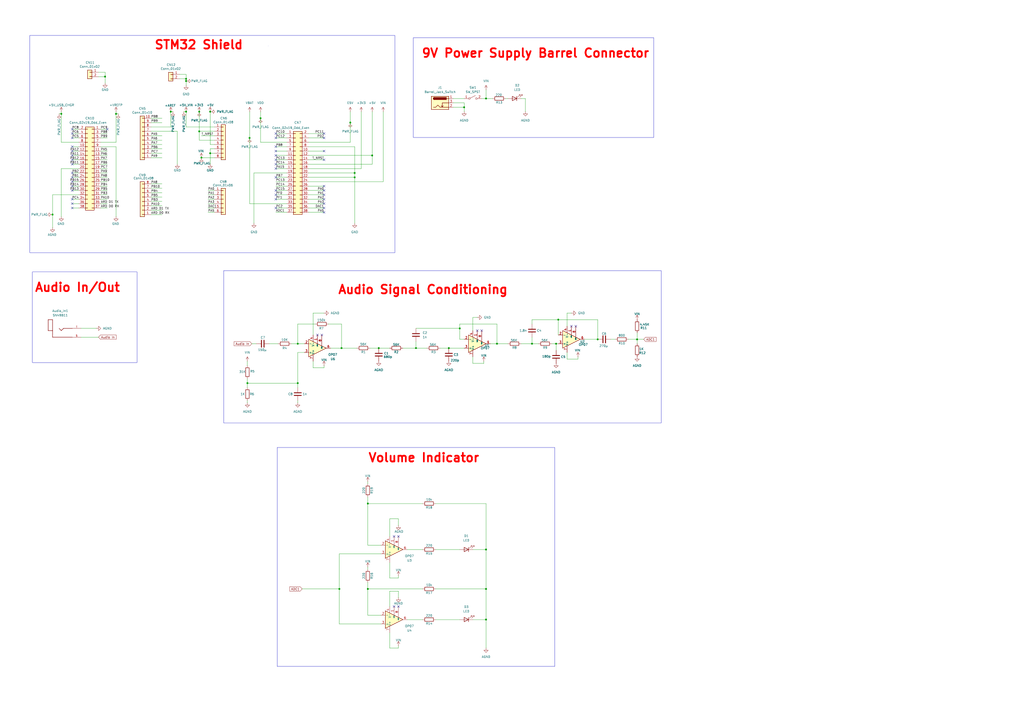
<source format=kicad_sch>
(kicad_sch (version 20231120) (generator "eeschema") (generator_version "8.0")
  (paper "A2")
  (title_block (title "ANC on STM32") (date "2024-10-22") (rev "1") (company "Noisey Boyz"))
  (junction (at 99.06 64.77))
  (junction (at 60.96 44.45))
  (junction (at 172.72 222.25))
  (junction (at 107.95 45.72))
  (junction (at 215.9 90.17))
  (junction (at 308.61 199.39))
  (junction (at 281.94 57.15))
  (junction (at 196.85 341.63))
  (junction (at 269.24 62.23))
  (junction (at 369.57 196.85))
  (junction (at 205.74 102.87))
  (junction (at 143.51 222.25))
  (junction (at 151.13 68.58))
  (junction (at 35.56 66.04))
  (junction (at 322.58 199.39))
  (junction (at 323.85 185.42))
  (junction (at 203.2 71.12))
  (junction (at 281.94 318.77))
  (junction (at 213.36 292.1))
  (junction (at 115.57 64.77))
  (junction (at 67.31 66.04))
  (junction (at 107.95 46.99))
  (junction (at 260.35 201.93))
  (junction (at 241.3 201.93))
  (junction (at 121.92 64.77))
  (junction (at 213.36 341.63))
  (junction (at 266.7 190.5))
  (junction (at 281.94 359.41))
  (junction (at 346.71 196.85))
  (junction (at 30.48 124.46))
  (junction (at 107.95 64.77))
  (junction (at 144.78 80.01))
  (junction (at 281.94 341.63))
  (junction (at 288.29 199.39))
  (junction (at 205.74 100.33))
  (junction (at 121.92 88.9))
  (junction (at 115.57 76.2))
  (junction (at 116.84 91.44))
  (junction (at 219.71 201.93))
  (junction (at 198.12 201.93))
  (junction (at 172.72 199.39))
  (no_connect (at 41.91 77.47))
  (no_connect (at 41.91 100.33))
  (no_connect (at 160.02 77.47))
  (no_connect (at 41.91 115.57))
  (no_connect (at 187.96 113.03))
  (no_connect (at 160.02 85.09))
  (no_connect (at 187.96 107.95))
  (no_connect (at 331.47 189.23))
  (no_connect (at 41.91 95.25))
  (no_connect (at 41.91 80.01))
  (no_connect (at 41.91 120.65))
  (no_connect (at 41.91 110.49))
  (no_connect (at 186.69 194.31))
  (no_connect (at 41.91 85.09))
  (no_connect (at 160.02 95.25))
  (no_connect (at 187.96 120.65))
  (no_connect (at 41.91 118.11))
  (no_connect (at 41.91 87.63))
  (no_connect (at 184.15 194.31))
  (no_connect (at 334.01 189.23))
  (no_connect (at 41.91 102.87))
  (no_connect (at 187.96 87.63))
  (no_connect (at 160.02 115.57))
  (no_connect (at 41.91 105.41))
  (no_connect (at 41.91 92.71))
  (no_connect (at 276.86 191.77))
  (no_connect (at 160.02 113.03))
  (no_connect (at 187.96 123.19))
  (no_connect (at 160.02 97.79))
  (no_connect (at 62.23 74.93))
  (no_connect (at 187.96 80.01))
  (no_connect (at 187.96 92.71))
  (no_connect (at 41.91 107.95))
  (no_connect (at 41.91 74.93))
  (no_connect (at 187.96 77.47))
  (no_connect (at 231.14 311.15))
  (no_connect (at 279.4 191.77))
  (no_connect (at 228.6 311.15))
  (no_connect (at 160.02 102.87))
  (no_connect (at 231.14 351.79))
  (no_connect (at 160.02 90.17))
  (no_connect (at 160.02 87.63))
  (no_connect (at 160.02 110.49))
  (no_connect (at 187.96 115.57))
  (no_connect (at 41.91 90.17))
  (no_connect (at 160.02 120.65))
  (no_connect (at 160.02 92.71))
  (no_connect (at 160.02 80.01))
  (no_connect (at 228.6 351.79))
  (no_connect (at 187.96 110.49))
  (no_connect (at 187.96 118.11))
  (wire (pts (xy 143.51 222.25) (xy 143.51 224.79)))
  (wire (pts (xy 147.32 100.33) (xy 147.32 129.54)))
  (wire (pts (xy 41.91 115.57) (xy 45.72 115.57)))
  (wire (pts (xy 172.72 224.79) (xy 172.72 222.25)))
  (wire (pts (xy 121.92 88.9) (xy 124.46 88.9)))
  (wire (pts (xy 67.31 64.77) (xy 67.31 66.04)))
  (wire (pts (xy 274.32 184.15) (xy 276.86 184.15)))
  (wire (pts (xy 41.91 90.17) (xy 45.72 90.17)))
  (wire (pts (xy 172.72 233.68) (xy 172.72 232.41)))
  (wire (pts (xy 41.91 100.33) (xy 45.72 100.33)))
  (wire (pts (xy 160.02 95.25) (xy 166.37 95.25)))
  (wire (pts (xy 328.93 208.28) (xy 328.93 204.47)))
  (wire (pts (xy 266.7 196.85) (xy 269.24 196.85)))
  (wire (pts (xy 214.63 201.93) (xy 219.71 201.93)))
  (wire (pts (xy 124.46 86.36) (xy 121.92 86.36)))
  (wire (pts (xy 87.63 91.44) (xy 93.98 91.44)))
  (wire (pts (xy 274.32 191.77) (xy 274.32 184.15)))
  (wire (pts (xy 308.61 199.39) (xy 312.42 199.39)))
  (wire (pts (xy 260.35 201.93) (xy 269.24 201.93)))
  (wire (pts (xy 179.07 90.17) (xy 215.9 90.17)))
  (wire (pts (xy 100.33 64.77) (xy 99.06 64.77)))
  (wire (pts (xy 60.96 44.45) (xy 60.96 48.26)))
  (wire (pts (xy 58.42 92.71) (xy 62.23 92.71)))
  (wire (pts (xy 115.57 64.77) (xy 115.57 76.2)))
  (wire (pts (xy 160.02 92.71) (xy 166.37 92.71)))
  (wire (pts (xy 179.07 120.65) (xy 187.96 120.65)))
  (wire (pts (xy 322.58 203.2) (xy 322.58 199.39)))
  (wire (pts (xy 179.07 123.19) (xy 187.96 123.19)))
  (wire (pts (xy 269.24 62.23) (xy 269.24 64.77)))
  (wire (pts (xy 41.91 77.47) (xy 45.72 77.47)))
  (wire (pts (xy 203.2 71.12) (xy 203.2 82.55)))
  (wire (pts (xy 215.9 64.77) (xy 215.9 90.17)))
  (wire (pts (xy 281.94 359.41) (xy 281.94 341.63)))
  (wire (pts (xy 121.92 64.77) (xy 121.92 83.82)))
  (wire (pts (xy 226.06 351.79) (xy 226.06 342.9)))
  (wire (pts (xy 226.06 311.15) (xy 226.06 300.99)))
  (wire (pts (xy 144.78 118.11) (xy 166.37 118.11)))
  (wire (pts (xy 58.42 100.33) (xy 62.23 100.33)))
  (wire (pts (xy 41.91 105.41) (xy 45.72 105.41)))
  (wire (pts (xy 107.95 46.99) (xy 107.95 49.53)))
  (wire (pts (xy 279.4 57.15) (xy 281.94 57.15)))
  (wire (pts (xy 196.85 341.63) (xy 196.85 321.31)))
  (wire (pts (xy 41.91 92.71) (xy 45.72 92.71)))
  (wire (pts (xy 172.72 199.39) (xy 172.72 187.96)))
  (wire (pts (xy 179.07 77.47) (xy 187.96 77.47)))
  (wire (pts (xy 172.72 199.39) (xy 176.53 199.39)))
  (wire (pts (xy 262.89 59.69) (xy 269.24 59.69)))
  (wire (pts (xy 58.42 87.63) (xy 62.23 87.63)))
  (wire (pts (xy 87.63 106.68) (xy 93.98 106.68)))
  (wire (pts (xy 87.63 71.12) (xy 93.98 71.12)))
  (wire (pts (xy 241.3 190.5) (xy 266.7 190.5)))
  (wire (pts (xy 288.29 199.39) (xy 294.64 199.39)))
  (wire (pts (xy 146.05 199.39) (xy 148.59 199.39)))
  (wire (pts (xy 115.57 76.2) (xy 115.57 81.28)))
  (wire (pts (xy 58.42 113.03) (xy 62.23 113.03)))
  (wire (pts (xy 58.42 107.95) (xy 62.23 107.95)))
  (wire (pts (xy 346.71 185.42) (xy 323.85 185.42)))
  (wire (pts (xy 226.06 375.92) (xy 231.14 375.92)))
  (wire (pts (xy 41.91 95.25) (xy 45.72 95.25)))
  (wire (pts (xy 179.07 92.71) (xy 187.96 92.71)))
  (wire (pts (xy 58.42 85.09) (xy 67.31 85.09)))
  (wire (pts (xy 87.63 86.36) (xy 93.98 86.36)))
  (wire (pts (xy 205.74 102.87) (xy 205.74 129.54)))
  (wire (pts (xy 226.06 367.03) (xy 226.06 375.92)))
  (wire (pts (xy 236.22 359.41) (xy 245.11 359.41)))
  (wire (pts (xy 198.12 201.93) (xy 207.01 201.93)))
  (wire (pts (xy 245.11 318.77) (xy 236.22 318.77)))
  (wire (pts (xy 30.48 113.03) (xy 45.72 113.03)))
  (wire (pts (xy 179.07 107.95) (xy 187.96 107.95)))
  (wire (pts (xy 179.07 105.41) (xy 222.25 105.41)))
  (wire (pts (xy 120.65 120.65) (xy 124.46 120.65)))
  (wire (pts (xy 281.94 318.77) (xy 274.32 318.77)))
  (wire (pts (xy 35.56 64.77) (xy 35.56 66.04)))
  (wire (pts (xy 205.74 85.09) (xy 205.74 100.33)))
  (wire (pts (xy 58.42 82.55) (xy 67.31 82.55)))
  (wire (pts (xy 120.65 123.19) (xy 124.46 123.19)))
  (wire (pts (xy 156.21 199.39) (xy 161.29 199.39)))
  (wire (pts (xy 151.13 68.58) (xy 151.13 82.55)))
  (wire (pts (xy 102.87 76.2) (xy 102.87 95.25)))
  (wire (pts (xy 269.24 59.69) (xy 269.24 62.23)))
  (wire (pts (xy 181.61 181.61) (xy 187.96 181.61)))
  (wire (pts (xy 179.07 100.33) (xy 205.74 100.33)))
  (wire (pts (xy 213.36 328.93) (xy 213.36 330.2)))
  (wire (pts (xy 308.61 195.58) (xy 308.61 199.39)))
  (wire (pts (xy 179.07 110.49) (xy 187.96 110.49)))
  (wire (pts (xy 30.48 124.46) (xy 30.48 132.08)))
  (wire (pts (xy 58.42 120.65) (xy 62.23 120.65)))
  (wire (pts (xy 160.02 85.09) (xy 166.37 85.09)))
  (wire (pts (xy 196.85 321.31) (xy 220.98 321.31)))
  (wire (pts (xy 293.37 57.15) (xy 294.64 57.15)))
  (wire (pts (xy 328.93 189.23) (xy 328.93 181.61)))
  (wire (pts (xy 87.63 111.76) (xy 93.98 111.76)))
  (wire (pts (xy 364.49 196.85) (xy 369.57 196.85)))
  (wire (pts (xy 187.96 213.36) (xy 181.61 213.36)))
  (wire (pts (xy 198.12 201.93) (xy 191.77 201.93)))
  (wire (pts (xy 151.13 82.55) (xy 166.37 82.55)))
  (wire (pts (xy 116.84 91.44) (xy 124.46 91.44)))
  (wire (pts (xy 160.02 102.87) (xy 166.37 102.87)))
  (wire (pts (xy 35.56 97.79) (xy 45.72 97.79)))
  (wire (pts (xy 213.36 292.1) (xy 245.11 292.1)))
  (wire (pts (xy 231.14 300.99) (xy 231.14 304.8)))
  (wire (pts (xy 226.06 300.99) (xy 231.14 300.99)))
  (wire (pts (xy 87.63 81.28) (xy 93.98 81.28)))
  (wire (pts (xy 41.91 80.01) (xy 45.72 80.01)))
  (wire (pts (xy 60.96 44.45) (xy 57.15 44.45)))
  (wire (pts (xy 226.06 326.39) (xy 226.06 335.28)))
  (wire (pts (xy 304.8 64.77) (xy 304.8 57.15)))
  (wire (pts (xy 179.07 80.01) (xy 187.96 80.01)))
  (wire (pts (xy 179.07 82.55) (xy 203.2 82.55)))
  (wire (pts (xy 369.57 196.85) (xy 369.57 199.39)))
  (wire (pts (xy 262.89 62.23) (xy 269.24 62.23)))
  (wire (pts (xy 160.02 115.57) (xy 166.37 115.57)))
  (wire (pts (xy 281.94 57.15) (xy 285.75 57.15)))
  (wire (pts (xy 87.63 68.58) (xy 93.98 68.58)))
  (wire (pts (xy 87.63 119.38) (xy 93.98 119.38)))
  (wire (pts (xy 41.91 85.09) (xy 45.72 85.09)))
  (wire (pts (xy 35.56 66.04) (xy 35.56 82.55)))
  (wire (pts (xy 58.42 90.17) (xy 62.23 90.17)))
  (wire (pts (xy 322.58 199.39) (xy 323.85 199.39)))
  (wire (pts (xy 220.98 361.95) (xy 196.85 361.95)))
  (wire (pts (xy 266.7 318.77) (xy 252.73 318.77)))
  (wire (pts (xy 120.65 115.57) (xy 124.46 115.57)))
  (wire (pts (xy 107.95 43.18) (xy 107.95 45.72)))
  (wire (pts (xy 67.31 85.09) (xy 67.31 125.73)))
  (wire (pts (xy 181.61 194.31) (xy 181.61 181.61)))
  (wire (pts (xy 58.42 115.57) (xy 62.23 115.57)))
  (wire (pts (xy 179.07 97.79) (xy 209.55 97.79)))
  (wire (pts (xy 58.42 110.49) (xy 62.23 110.49)))
  (wire (pts (xy 58.42 77.47) (xy 62.23 77.47)))
  (wire (pts (xy 143.51 232.41) (xy 143.51 233.68)))
  (wire (pts (xy 203.2 64.77) (xy 203.2 71.12)))
  (wire (pts (xy 281.94 359.41) (xy 281.94 375.92)))
  (wire (pts (xy 231.14 342.9) (xy 231.14 346.71)))
  (wire (pts (xy 369.57 196.85) (xy 369.57 193.04)))
  (wire (pts (xy 168.91 199.39) (xy 172.72 199.39)))
  (wire (pts (xy 160.02 123.19) (xy 166.37 123.19)))
  (wire (pts (xy 87.63 88.9) (xy 93.98 88.9)))
  (wire (pts (xy 143.51 222.25) (xy 172.72 222.25)))
  (wire (pts (xy 266.7 187.96) (xy 266.7 190.5)))
  (wire (pts (xy 213.36 288.29) (xy 213.36 292.1)))
  (wire (pts (xy 187.96 212.09) (xy 187.96 213.36)))
  (wire (pts (xy 87.63 78.74) (xy 93.98 78.74)))
  (wire (pts (xy 41.91 118.11) (xy 45.72 118.11)))
  (wire (pts (xy 107.95 45.72) (xy 107.95 46.99)))
  (wire (pts (xy 308.61 185.42) (xy 323.85 185.42)))
  (wire (pts (xy 213.36 341.63) (xy 245.11 341.63)))
  (wire (pts (xy 339.09 196.85) (xy 346.71 196.85)))
  (wire (pts (xy 220.98 316.23) (xy 213.36 316.23)))
  (wire (pts (xy 41.91 107.95) (xy 45.72 107.95)))
  (wire (pts (xy 99.06 64.77) (xy 99.06 73.66)))
  (wire (pts (xy 308.61 185.42) (xy 308.61 187.96)))
  (wire (pts (xy 104.14 43.18) (xy 107.95 43.18)))
  (wire (pts (xy 58.42 95.25) (xy 62.23 95.25)))
  (wire (pts (xy 172.72 187.96) (xy 182.88 187.96)))
  (wire (pts (xy 87.63 73.66) (xy 99.06 73.66)))
  (wire (pts (xy 35.56 97.79) (xy 35.56 125.73)))
  (wire (pts (xy 68.58 66.04) (xy 67.31 66.04)))
  (wire (pts (xy 213.36 337.82) (xy 213.36 341.63)))
  (wire (pts (xy 120.65 110.49) (xy 124.46 110.49)))
  (wire (pts (xy 160.02 107.95) (xy 166.37 107.95)))
  (wire (pts (xy 209.55 64.77) (xy 209.55 97.79)))
  (wire (pts (xy 87.63 124.46) (xy 93.98 124.46)))
  (wire (pts (xy 115.57 81.28) (xy 124.46 81.28)))
  (wire (pts (xy 58.42 97.79) (xy 62.23 97.79)))
  (wire (pts (xy 87.63 83.82) (xy 93.98 83.82)))
  (wire (pts (xy 274.32 210.82) (xy 274.32 207.01)))
  (wire (pts (xy 46.99 195.58) (xy 57.15 195.58)))
  (wire (pts (xy 320.04 199.39) (xy 322.58 199.39)))
  (wire (pts (xy 175.26 341.63) (xy 196.85 341.63)))
  (wire (pts (xy 255.27 201.93) (xy 260.35 201.93)))
  (wire (pts (xy 354.33 196.85) (xy 356.87 196.85)))
  (wire (pts (xy 58.42 102.87) (xy 62.23 102.87)))
  (wire (pts (xy 373.38 196.85) (xy 369.57 196.85)))
  (wire (pts (xy 58.42 74.93) (xy 62.23 74.93)))
  (wire (pts (xy 58.42 105.41) (xy 62.23 105.41)))
  (wire (pts (xy 346.71 196.85) (xy 346.71 185.42)))
  (wire (pts (xy 241.3 201.93) (xy 247.65 201.93)))
  (wire (pts (xy 252.73 292.1) (xy 281.94 292.1)))
  (wire (pts (xy 179.07 115.57) (xy 187.96 115.57)))
  (wire (pts (xy 151.13 64.77) (xy 151.13 68.58)))
  (wire (pts (xy 205.74 100.33) (xy 205.74 102.87)))
  (wire (pts (xy 160.02 90.17) (xy 166.37 90.17)))
  (wire (pts (xy 252.73 359.41) (xy 266.7 359.41)))
  (wire (pts (xy 87.63 121.92) (xy 93.98 121.92)))
  (wire (pts (xy 226.06 342.9) (xy 231.14 342.9)))
  (wire (pts (xy 30.48 113.03) (xy 30.48 124.46)))
  (wire (pts (xy 41.91 102.87) (xy 45.72 102.87)))
  (wire (pts (xy 87.63 76.2) (xy 102.87 76.2)))
  (wire (pts (xy 304.8 57.15) (xy 302.26 57.15)))
  (wire (pts (xy 120.65 113.03) (xy 124.46 113.03)))
  (wire (pts (xy 328.93 181.61) (xy 331.47 181.61)))
  (wire (pts (xy 41.91 120.65) (xy 45.72 120.65)))
  (wire (pts (xy 160.02 97.79) (xy 166.37 97.79)))
  (wire (pts (xy 67.31 66.04) (xy 67.31 82.55)))
  (wire (pts (xy 323.85 185.42) (xy 323.85 194.31)))
  (wire (pts (xy 181.61 213.36) (xy 181.61 209.55)))
  (wire (pts (xy 220.98 356.87) (xy 213.36 356.87)))
  (wire (pts (xy 143.51 209.55) (xy 143.51 212.09)))
  (wire (pts (xy 57.15 41.91) (xy 60.96 41.91)))
  (wire (pts (xy 274.32 359.41) (xy 281.94 359.41)))
  (wire (pts (xy 106.68 64.77) (xy 107.95 64.77)))
  (wire (pts (xy 160.02 80.01) (xy 166.37 80.01)))
  (wire (pts (xy 179.07 113.03) (xy 187.96 113.03)))
  (wire (pts (xy 87.63 116.84) (xy 93.98 116.84)))
  (wire (pts (xy 41.91 74.93) (xy 45.72 74.93)))
  (wire (pts (xy 115.57 76.2) (xy 124.46 76.2)))
  (wire (pts (xy 87.63 109.22) (xy 93.98 109.22)))
  (wire (pts (xy 147.32 100.33) (xy 166.37 100.33)))
  (wire (pts (xy 288.29 187.96) (xy 266.7 187.96)))
  (wire (pts (xy 160.02 77.47) (xy 166.37 77.47)))
  (wire (pts (xy 107.95 64.77) (xy 107.95 73.66)))
  (wire (pts (xy 160.02 113.03) (xy 166.37 113.03)))
  (wire (pts (xy 262.89 57.15) (xy 269.24 57.15)))
  (wire (pts (xy 120.65 118.11) (xy 124.46 118.11)))
  (wire (pts (xy 160.02 105.41) (xy 166.37 105.41)))
  (wire (pts (xy 124.46 83.82) (xy 121.92 83.82)))
  (wire (pts (xy 196.85 361.95) (xy 196.85 341.63)))
  (wire (pts (xy 58.42 80.01) (xy 62.23 80.01)))
  (wire (pts (xy 143.51 219.71) (xy 143.51 222.25)))
  (wire (pts (xy 34.29 66.04) (xy 35.56 66.04)))
  (wire (pts (xy 281.94 292.1) (xy 281.94 318.77)))
  (wire (pts (xy 172.72 222.25) (xy 172.72 204.47)))
  (wire (pts (xy 144.78 64.77) (xy 144.78 80.01)))
  (wire (pts (xy 46.99 190.5) (xy 55.88 190.5)))
  (wire (pts (xy 335.28 207.01) (xy 335.28 208.28)))
  (wire (pts (xy 121.92 88.9) (xy 121.92 95.25)))
  (wire (pts (xy 241.3 198.12) (xy 241.3 201.93)))
  (wire (pts (xy 281.94 341.63) (xy 281.94 318.77)))
  (wire (pts (xy 107.95 45.72) (xy 104.14 45.72)))
  (wire (pts (xy 213.36 341.63) (xy 213.36 356.87)))
  (wire (pts (xy 121.92 86.36) (xy 121.92 88.9)))
  (wire (pts (xy 219.71 201.93) (xy 226.06 201.93)))
  (wire (pts (xy 231.14 375.92) (xy 231.14 374.65)))
  (wire (pts (xy 116.84 78.74) (xy 124.46 78.74)))
  (wire (pts (xy 107.95 73.66) (xy 124.46 73.66)))
  (wire (pts (xy 266.7 190.5) (xy 266.7 196.85)))
  (wire (pts (xy 179.07 95.25) (xy 215.9 95.25)))
  (wire (pts (xy 41.91 87.63) (xy 45.72 87.63)))
  (wire (pts (xy 335.28 208.28) (xy 328.93 208.28)))
  (wire (pts (xy 87.63 114.3) (xy 93.98 114.3)))
  (wire (pts (xy 226.06 335.28) (xy 231.14 335.28)))
  (wire (pts (xy 160.02 87.63) (xy 166.37 87.63)))
  (wire (pts (xy 215.9 95.25) (xy 215.9 90.17)))
  (wire (pts (xy 41.91 110.49) (xy 45.72 110.49)))
  (wire (pts (xy 281.94 52.07) (xy 281.94 57.15)))
  (wire (pts (xy 308.61 199.39) (xy 302.26 199.39)))
  (wire (pts (xy 179.07 102.87) (xy 205.74 102.87)))
  (wire (pts (xy 144.78 80.01) (xy 144.78 118.11)))
  (wire (pts (xy 172.72 204.47) (xy 176.53 204.47)))
  (wire (pts (xy 231.14 335.28) (xy 231.14 334.01)))
  (wire (pts (xy 280.67 210.82) (xy 274.32 210.82)))
  (wire (pts (xy 179.07 85.09) (xy 205.74 85.09)))
  (wire (pts (xy 190.5 187.96) (xy 198.12 187.96)))
  (wire (pts (xy 160.02 110.49) (xy 166.37 110.49)))
  (wire (pts (xy 280.67 209.55) (xy 280.67 210.82)))
  (wire (pts (xy 213.36 316.23) (xy 213.36 292.1)))
  (wire (pts (xy 179.07 87.63) (xy 187.96 87.63)))
  (wire (pts (xy 179.07 118.11) (xy 187.96 118.11)))
  (wire (pts (xy 198.12 187.96) (xy 198.12 201.93)))
  (wire (pts (xy 58.42 118.11) (xy 62.23 118.11)))
  (wire (pts (xy 233.68 201.93) (xy 241.3 201.93)))
  (wire (pts (xy 213.36 279.4) (xy 213.36 280.67)))
  (wire (pts (xy 35.56 82.55) (xy 45.72 82.55)))
  (wire (pts (xy 160.02 120.65) (xy 166.37 120.65)))
  (wire (pts (xy 60.96 41.91) (xy 60.96 44.45)))
  (wire (pts (xy 222.25 64.77) (xy 222.25 105.41)))
  (wire (pts (xy 284.48 199.39) (xy 288.29 199.39)))
  (wire (pts (xy 288.29 199.39) (xy 288.29 187.96)))
  (wire (pts (xy 252.73 341.63) (xy 281.94 341.63)))
  (rectangle (start 155.575 26.67) (end 155.575 26.67))
  (rectangle (start 160.782 259.588) (end 321.818 386.588))
  (rectangle (start 129.794 156.972) (end 383.54 245.364))
  (rectangle (start 239.776 21.844) (end 379.222 79.756))
  (rectangle (start 18.796 157.734) (end 79.502 210.312))
  (rectangle (start 17.272 20.574) (end 229.108 146.558))
  (text "Audio Signal Conditioning" (at 245.364 168.148 0) (effects (font (size 5 5) (thickness 1) (bold yes))))
  (text "STM32 Shield" (at 115.316 26.162 0) (effects (font (size 5 5) (thickness 1) (bold yes))))
  (text "Audio In/Out" (at 44.958 166.878 0) (effects (font (size 5 5) (thickness 1) (bold yes))))
  (text "Volume Indicator" (at 245.872 265.684 0) (effects (font (size 5 5) (thickness 1) (bold yes))))
  (text "9V Power Supply Barrel Connector" (at 310.642 30.988 0) (effects (font (size 5 5) (thickness 1) (bold yes))))
  (label "PC13" (at 160.02 105.41 0))
  (label "PA6" (at 58.42 90.17 0))
  (label "PA5" (at 58.42 87.63 0))
  (label "PB3" (at 58.42 113.03 0))
  (label "PA6" (at 87.63 81.28 0))
  (label "PC4" (at 45.72 115.57 180))
  (label "PB3" (at 87.63 116.84 0))
  (label "PC9" (at 58.42 74.93 0))
  (label "PC14" (at 160.02 95.25 0))
  (label "PA2" (at 120.65 115.57 0))
  (label "ARD D1 TX" (at 58.42 118.11 0))
  (label "PB9" (at 87.63 71.12 0))
  (label "PA1" (at 187.96 113.03 180))
  (label "PB14" (at 45.72 107.95 180))
  (label "PA8" (at 87.63 106.68 0))
  (label "ARD D1 TX" (at 87.63 121.92 0))
  (label "PB15" (at 45.72 105.41 180))
  (label "PA3" (at 120.65 118.11 0))
  (label "PB9" (at 58.42 80.01 0))
  (label "PB8" (at 87.63 68.58 0))
  (label "T_NRST" (at 116.84 78.74 0))
  (label "PB10" (at 87.6375 109.22 0))
  (label "PA9" (at 58.42 100.33 0))
  (label "PA5" (at 87.63 78.74 0))
  (label "PB12" (at 45.72 92.71 180))
  (label "PB11" (at 45.72 95.25 180))
  (label "DAC1" (at 120.65 120.65 0))
  (label "PB2" (at 45.72 100.33 180))
  (label "PF1" (at 160.02 115.57 0))
  (label "PA9" (at 87.63 91.44 0))
  (label "PC5" (at 45.72 80.01 180))
  (label "PA5" (at 187.96 123.19 180))
  (label "PA7" (at 87.63 83.82 0))
  (label "PC6" (at 45.72 77.47 180))
  (label "PA8" (at 58.42 102.87 0))
  (label "PB8" (at 160.02 85.09 0))
  (label "ARD D0 RX" (at 87.63 124.46 0))
  (label "PA10" (at 87.63 119.38 0))
  (label "ADC1" (at 160.02 123.19 0))
  (label "PC15" (at 160.02 110.49 0))
  (label "PA2" (at 187.96 115.57 180))
  (label "PA10" (at 58.42 115.57 0))
  (label "PA0" (at 187.96 110.49 180))
  (label "PA0" (at 120.65 110.49 0))
  (label "PB5" (at 58.42 110.49 0))
  (label "PC7" (at 58.42 97.79 0))
  (label "PB5" (at 87.63 114.3 0))
  (label "T_NRST" (at 187.96 92.71 180))
  (label "PB10" (at 58.42 105.41 0))
  (label "PC8" (at 45.72 74.93 180))
  (label "PC14" (at 160.02 107.95 0))
  (label "PA15" (at 160.02 97.79 0))
  (label "PD2" (at 187.96 80.01 180))
  (label "PB7" (at 160.02 102.87 0))
  (label "PB13" (at 45.72 110.49 180))
  (label "PA3" (at 187.96 118.11 180))
  (label "PC10" (at 160.02 77.47 0))
  (label "PB4" (at 87.63 111.76 0))
  (label "PC13" (at 160.02 92.71 0))
  (label "PB1" (at 45.72 102.87 180))
  (label "PC2" (at 160.02 120.65 0))
  (label "DAC1" (at 187.96 120.65 180))
  (label "PA11" (at 45.72 90.17 180))
  (label "PF0" (at 160.02 113.03 0))
  (label "PA5" (at 120.65 123.19 0))
  (label "PA12" (at 45.72 87.63 180))
  (label "PC12" (at 160.02 80.01 0))
  (label "PA1" (at 120.65 113.03 0))
  (label "PB8" (at 58.42 77.47 0))
  (label "PA7" (at 58.42 92.71 0))
  (label "PB6" (at 87.63 86.36 0))
  (label "PC11" (at 187.96 77.47 180))
  (label "PB4" (at 58.42 107.95 0))
  (label "ARD D0 RX" (at 58.42 120.65 0))
  (label "PB6" (at 58.42 95.25 0))
  (label "PC7" (at 87.63 88.9 0))
  (global_label "ADC1" (shape input) (at 175.26 341.63 180) (property "Intersheetrefs" "${INTERSHEET_REFS}" (effects (hide yes))))
  (global_label "Audio In" (shape input) (at 146.05 199.39 180) (property "Intersheetrefs" "${INTERSHEET_REFS}" (effects (hide yes))))
  (global_label "ADC1" (shape input) (at 373.38 196.85 0) (property "Intersheetrefs" "${INTERSHEET_REFS}" (effects (hide yes))))
  (global_label "Audio In" (shape input) (at 57.15 195.58 0) (property "Intersheetrefs" "${INTERSHEET_REFS}" (effects (hide yes))))
  (symbol (lib_id "Device:R") (at 369.57 189.23 180) (unit 1)
    (property "Reference" "R11" (at 373.38 190.246 0))
    (property "Value" "4.45K" (at 373.888 188.214 0))
    (property "Footprint" "Resistor_THT:R_Axial_DIN0204_L3.6mm_D1.6mm_P5.08mm_Horizontal" (effects (hide yes)))
    (property "Description" "Resistor" (effects (hide yes)))
  )
  (symbol (lib_id "power:+5V") (at 187.96 212.09 0) (unit 1)
    (property "Reference" "#PWR039" (effects (hide yes)))
    (property "Value" "VIN" (at 187.96 208.788 0))
    (property "Description" "Power symbol creates a global label with name \"+5V\"" (effects (hide yes)))
  )
  (symbol (lib_id "power:PWR_FLAG") (at 151.13 68.58 180) (unit 1)
    (property "Reference" "#FLG01" (effects (hide yes)))
    (property "Value" "PWR_FLAG" (at 151.13 73.66 0))
    (property "Description" "Special symbol for telling ERC where power comes from" (effects (hide yes)))
  )
  (symbol (lib_id "power:GND") (at 281.94 375.92 0) (unit 1)
    (property "Reference" "#PWR041" (effects (hide yes)))
    (property "Value" "AGND" (at 281.94 381 0))
    (property "Description" "Power symbol creates a global label with name \"GND\" , ground" (effects (hide yes)))
  )
  (symbol (lib_id "power:VBUS") (at 209.55 64.77 0) (unit 1)
    (property "Reference" "#PWR020" (effects (hide yes)))
    (property "Value" "+3V3" (at 209.55 59.69 0))
    (property "Description" "Power symbol creates a global label with name \"VBUS\"" (effects (hide yes)))
  )
  (symbol (lib_id "Device:C") (at 152.4 199.39 270) (unit 1)
    (property "Reference" "C7" (at 151.13 195.834 90) (effects (justify left)))
    (property "Value" "150µ" (at 149.606 202.946 90) (effects (justify left)))
    (property "Footprint" "Capacitor_THT:C_Axial_L3.8mm_D2.6mm_P7.50mm_Horizontal" (effects (hide yes)))
    (property "Description" "Unpolarized capacitor" (effects (hide yes)))
  )
  (symbol (lib_id "Device:R") (at 369.57 203.2 180) (unit 1)
    (property "Reference" "R12" (at 372.618 204.724 0))
    (property "Value" "1K" (at 372.11 202.438 0))
    (property "Footprint" "Resistor_THT:R_Axial_DIN0204_L3.6mm_D1.6mm_P5.08mm_Horizontal" (effects (hide yes)))
    (property "Description" "Resistor" (effects (hide yes)))
  )
  (symbol (lib_id "power:+5V") (at 280.67 209.55 0) (unit 1)
    (property "Reference" "#PWR030" (effects (hide yes)))
    (property "Value" "VIN" (at 280.67 206.248 0))
    (property "Description" "Power symbol creates a global label with name \"+5V\"" (effects (hide yes)))
  )
  (symbol (lib_id "power:PWR_FLAG") (at 144.78 80.01 180) (unit 1)
    (property "Reference" "#FLG02" (effects (hide yes)))
    (property "Value" "PWR_FLAG" (at 144.78 85.09 0))
    (property "Description" "Special symbol for telling ERC where power comes from" (effects (hide yes)))
  )
  (symbol (lib_id "Device:R") (at 143.51 228.6 180) (unit 1)
    (property "Reference" "R6" (at 144.78 228.6 0) (effects (justify right)))
    (property "Value" "1K" (at 139.446 228.6 0) (effects (justify right)))
    (property "Footprint" "Resistor_THT:R_Axial_DIN0204_L3.6mm_D1.6mm_P5.08mm_Horizontal" (effects (hide yes)))
    (property "Description" "Resistor" (effects (hide yes)))
  )
  (symbol (lib_id "power:GND") (at 304.8 64.77 0) (unit 1)
    (property "Reference" "#PWR024" (effects (hide yes)))
    (property "Value" "AGND" (at 304.8 69.85 0))
    (property "Description" "Power symbol creates a global label with name \"GND\" , ground" (effects (hide yes)))
  )
  (symbol (lib_id "Device:R") (at 248.92 318.77 90) (unit 1)
    (property "Reference" "R15" (at 248.92 321.056 90))
    (property "Value" "220" (at 248.92 316.484 90))
    (property "Footprint" "Resistor_THT:R_Axial_DIN0204_L3.6mm_D1.6mm_P5.08mm_Horizontal" (effects (hide yes)))
    (property "Description" "Resistor" (effects (hide yes)))
  )
  (symbol (lib_id "power:GND") (at 276.86 184.15 90) (unit 1)
    (property "Reference" "#PWR029" (effects (hide yes)))
    (property "Value" "GND" (at 280.67 184.1499 90) (effects (justify right)))
    (property "Description" "Power symbol creates a global label with name \"GND\" , ground" (effects (hide yes)))
  )
  (symbol (lib_id "Amplifier_Operational:OP07") (at 228.6 359.41 0) (mirror x) (unit 1)
    (property "Reference" "U4" (at 237.49 365.7286 0))
    (property "Value" "OP07" (at 237.49 363.1886 0))
    (property "Footprint" "OP07DP:DIP794W45P254L959H508Q8" (effects (hide yes)))
    (property "Datasheet" "https://www.analog.com/media/en/technical-documentation/data-sheets/OP07.pdf" (effects (hide yes)))
    (property "Description" "Single Ultra-Low Offset Voltage Operational Amplifier, DIP-8/SOIC-8" (effects (hide yes)))
  )
  (symbol (lib_id "power:GND") (at 147.32 129.54 0) (unit 1)
    (property "Reference" "#PWR015" (effects (hide yes)))
    (property "Value" "GND" (at 147.32 134.62 0))
    (property "Description" "Power symbol creates a global label with name \"GND\" , ground" (effects (hide yes)))
  )
  (symbol (lib_id "power:PWR_FLAG") (at 116.84 91.44 180) (unit 1)
    (property "Reference" "#FLG04" (effects (hide yes)))
    (property "Value" "PWR_FLAG" (at 117.094 94.742 0))
    (property "Description" "Special symbol for telling ERC where power comes from" (effects (hide yes)))
  )
  (symbol (lib_id "Device:R") (at 316.23 199.39 90) (unit 1)
    (property "Reference" "R9" (at 316.23 201.676 90))
    (property "Value" "56K" (at 315.976 197.358 90))
    (property "Footprint" "Resistor_THT:R_Axial_DIN0204_L3.6mm_D1.6mm_P5.08mm_Horizontal" (effects (hide yes)))
    (property "Description" "Resistor" (effects (hide yes)))
  )
  (symbol (lib_id "power:PWR_FLAG") (at 30.48 124.46 90) (unit 1)
    (property "Reference" "#FLG012" (effects (hide yes)))
    (property "Value" "PWR_FLAG" (at 27.686 124.46 90) (effects (justify left)))
    (property "Description" "Special symbol for telling ERC where power comes from" (effects (hide yes)))
  )
  (symbol (lib_id "power:+5V") (at 213.36 328.93 0) (unit 1)
    (property "Reference" "#PWR046" (effects (hide yes)))
    (property "Value" "VIN" (at 213.36 325.628 0))
    (property "Description" "Power symbol creates a global label with name \"+5V\"" (effects (hide yes)))
  )
  (symbol (lib_id "Device:LED") (at 298.45 57.15 180) (unit 1)
    (property "Reference" "D2" (at 300.0375 49.53 0))
    (property "Value" "LED" (at 300.0375 52.07 0))
    (property "Footprint" "LED_THT:LED_D3.0mm" (effects (hide yes)))
    (property "Description" "Light emitting diode" (effects (hide yes)))
  )
  (symbol (lib_id "power:VBUS") (at 144.78 64.77 0) (unit 1)
    (property "Reference" "#PWR016" (effects (hide yes)))
    (property "Value" "VBAT" (at 144.78 59.69 0))
    (property "Description" "Power symbol creates a global label with name \"VBUS\"" (effects (hide yes)))
  )
  (symbol (lib_id "Device:R") (at 360.68 196.85 90) (unit 1)
    (property "Reference" "R10" (at 360.68 199.136 90))
    (property "Value" "800" (at 360.68 194.564 90))
    (property "Footprint" "Resistor_THT:R_Axial_DIN0204_L3.6mm_D1.6mm_P5.08mm_Horizontal" (effects (hide yes)))
    (property "Description" "Resistor" (effects (hide yes)))
  )
  (symbol (lib_id "power:GND") (at 260.35 209.55 0) (unit 1)
    (property "Reference" "#PWR028" (effects (hide yes)))
    (property "Value" "AGND" (at 260.35 214.63 0))
    (property "Description" "Power symbol creates a global label with name \"GND\" , ground" (effects (hide yes)))
  )
  (symbol (lib_id "power:GND") (at 121.92 95.25 0) (unit 1)
    (property "Reference" "#PWR023" (effects (hide yes)))
    (property "Value" "GND" (at 121.92 98.806 0))
    (property "Description" "Power symbol creates a global label with name \"GND\" , ground" (effects (hide yes)))
  )
  (symbol (lib_id "Device:C") (at 241.3 194.31 0) (unit 1)
    (property "Reference" "C2" (at 245.11 193.0399 0) (effects (justify left)))
    (property "Value" "1n" (at 245.11 195.5799 0) (effects (justify left)))
    (property "Footprint" "Capacitor_THT:C_Axial_L3.8mm_D2.6mm_P7.50mm_Horizontal" (effects (hide yes)))
    (property "Description" "Unpolarized capacitor" (effects (hide yes)))
  )
  (symbol (lib_id "power:PWR_FLAG") (at 115.57 64.77 180) (unit 1)
    (property "Reference" "#FLG06" (effects (hide yes)))
    (property "Value" "PWR_FLAG" (at 115.57 69.85 0))
    (property "Description" "Special symbol for telling ERC where power comes from" (effects (hide yes)))
  )
  (symbol (lib_id "power:GND") (at 143.51 233.68 0) (unit 1)
    (property "Reference" "#PWR031" (effects (hide yes)))
    (property "Value" "AGND" (at 143.51 238.76 0))
    (property "Description" "Power symbol creates a global label with name \"GND\" , ground" (effects (hide yes)))
  )
  (symbol (lib_id "Device:LED") (at 270.51 359.41 180) (unit 1)
    (property "Reference" "D3" (at 270.51 352.044 0))
    (property "Value" "LED" (at 270.51 354.584 0))
    (property "Footprint" "LED_THT:LED_D3.0mm" (effects (hide yes)))
    (property "Description" "Light emitting diode" (effects (hide yes)))
  )
  (symbol (lib_id "power:+5V") (at 231.14 374.65 0) (unit 1)
    (property "Reference" "#PWR043" (effects (hide yes)))
    (property "Value" "VIN" (at 231.14 371.348 0))
    (property "Description" "Power symbol creates a global label with name \"+5V\"" (effects (hide yes)))
  )
  (symbol (lib_id "SN49B11:SN49B11") (at 36.83 190.5 0) (unit 1)
    (property "Reference" "Audio_In1" (at 34.925 180.34 0))
    (property "Value" "SN49B11" (at 34.925 182.88 0))
    (property "Footprint" "SN49B11:SWITCHCRAFT_SN49B11" (effects (hide yes)))
    (property "MF" "Switchcraft" (effects (hide yes)))
    (property "Description_1" "\n                        \n                            Connector, PHONE JACK | Switchcraft SN49B11\n                        \n" (effects (hide yes)))
    (property "Package" "None" (effects (hide yes)))
    (property "Price" "None" (effects (hide yes)))
    (property "Check_prices" "https://www.snapeda.com/parts/SN49B11/Switchcraft+%252F+Conxall/view-part/?ref=eda" (effects (hide yes)))
    (property "STANDARD" "Manufacturer Recommendations" (effects (hide yes)))
    (property "PARTREV" "F" (effects (hide yes)))
    (property "SnapEDA_Link" "https://www.snapeda.com/parts/SN49B11/Switchcraft+%252F+Conxall/view-part/?ref=snap" (effects (hide yes)))
    (property "MP" "SN49B11" (effects (hide yes)))
    (property "Availability" "In Stock" (effects (hide yes)))
    (property "MANUFACTURER" "Switchcraft" (effects (hide yes)))
  )
  (symbol (lib_id "Connector_Generic:Conn_02x19_Odd_Even") (at 53.34 97.79 0) (mirror y) (unit 1)
    (property "Reference" "CN10" (at 52.07 68.58 0))
    (property "Value" "Conn_02x19_Odd_Even" (at 51.054 71.12 0))
    (property "Footprint" "Connector_PinSocket_2.54mm:PinSocket_2x19_P2.54mm_Vertical" (effects (hide yes)))
    (property "Description" "Generic connector, double row, 02x19, odd/even pin numbering scheme (row 1 odd numbers, row 2 even numbers), script generated (kicad-library-utils/schlib/autogen/connector/)" (effects (hide yes)))
  )
  (symbol (lib_id "power:GND") (at 172.72 233.68 0) (unit 1)
    (property "Reference" "#PWR026" (effects (hide yes)))
    (property "Value" "AGND" (at 172.72 238.76 0))
    (property "Description" "Power symbol creates a global label with name \"GND\" , ground" (effects (hide yes)))
  )
  (symbol (lib_id "power:PWR_FLAG") (at 106.68 64.77 0) (mirror x) (unit 1)
    (property "Reference" "#FLG09" (effects (hide yes)))
    (property "Value" "PWR_FLAG" (at 106.68 67.056 90) (effects (justify left)))
    (property "Description" "Special symbol for telling ERC where power comes from" (effects (hide yes)))
  )
  (symbol (lib_id "power:+5V") (at 121.92 64.77 0) (unit 1)
    (property "Reference" "#PWR02" (effects (hide yes)))
    (property "Value" "+5V" (at 121.92 60.96 0))
    (property "Description" "Power symbol creates a global label with name \"+5V\"" (effects (hide yes)))
  )
  (symbol (lib_id "power:GND") (at 219.71 209.55 0) (unit 1)
    (property "Reference" "#PWR025" (effects (hide yes)))
    (property "Value" "AGND" (at 219.71 214.63 0))
    (property "Description" "Power symbol creates a global label with name \"GND\" , ground" (effects (hide yes)))
  )
  (symbol (lib_id "power:+5V") (at 213.36 279.4 0) (unit 1)
    (property "Reference" "#PWR047" (effects (hide yes)))
    (property "Value" "VIN" (at 213.36 276.098 0))
    (property "Description" "Power symbol creates a global label with name \"+5V\"" (effects (hide yes)))
  )
  (symbol (lib_id "power:GND") (at 30.48 132.08 0) (unit 1)
    (property "Reference" "#PWR012" (effects (hide yes)))
    (property "Value" "AGND" (at 30.226 136.144 0))
    (property "Description" "Power symbol creates a global label with name \"GND\" , ground" (effects (hide yes)))
  )
  (symbol (lib_id "power:GND") (at 102.87 95.25 0) (unit 1)
    (property "Reference" "#PWR08" (effects (hide yes)))
    (property "Value" "GND" (at 102.87 98.806 0))
    (property "Description" "Power symbol creates a global label with name \"GND\" , ground" (effects (hide yes)))
  )
  (symbol (lib_id "power:VBUS") (at 215.9 64.77 0) (unit 1)
    (property "Reference" "#PWR021" (effects (hide yes)))
    (property "Value" "+5V" (at 215.9 59.69 0))
    (property "Description" "Power symbol creates a global label with name \"VBUS\"" (effects (hide yes)))
  )
  (symbol (lib_id "power:GND") (at 35.56 125.73 0) (unit 1)
    (property "Reference" "#PWR011" (effects (hide yes)))
    (property "Value" "GND" (at 35.306 129.794 0))
    (property "Description" "Power symbol creates a global label with name \"GND\" , ground" (effects (hide yes)))
  )
  (symbol (lib_id "power:PWR_FLAG") (at 68.58 66.04 180) (unit 1)
    (property "Reference" "#FLG08" (effects (hide yes)))
    (property "Value" "PWR_FLAG" (at 68.58 68.834 90) (effects (justify left)))
    (property "Description" "Special symbol for telling ERC where power comes from" (effects (hide yes)))
  )
  (symbol (lib_id "Device:R") (at 289.56 57.15 90) (unit 1)
    (property "Reference" "R13" (at 289.56 59.436 90))
    (property "Value" "220" (at 289.306 55.118 90))
    (property "Footprint" "Resistor_THT:R_Axial_DIN0204_L3.6mm_D1.6mm_P5.08mm_Horizontal" (effects (hide yes)))
    (property "Description" "Resistor" (effects (hide yes)))
  )
  (symbol (lib_id "Device:R") (at 165.1 199.39 90) (unit 1)
    (property "Reference" "R4" (at 165.1 201.93 90))
    (property "Value" "10K" (at 165.1 197.104 90))
    (property "Footprint" "Resistor_THT:R_Axial_DIN0204_L3.6mm_D1.6mm_P5.08mm_Horizontal" (effects (hide yes)))
    (property "Description" "Resistor" (effects (hide yes)))
  )
  (symbol (lib_id "power:+5V") (at 67.31 64.77 0) (unit 1)
    (property "Reference" "#PWR013" (effects (hide yes)))
    (property "Value" "+VREFP" (at 67.31 60.96 0))
    (property "Description" "Power symbol creates a global label with name \"+5V\"" (effects (hide yes)))
  )
  (symbol (lib_id "power:GND") (at 269.24 64.77 0) (unit 1)
    (property "Reference" "#PWR019" (effects (hide yes)))
    (property "Value" "AGND" (at 269.24 69.85 0))
    (property "Description" "Power symbol creates a global label with name \"GND\" , ground" (effects (hide yes)))
  )
  (symbol (lib_id "power:VBUS") (at 203.2 64.77 0) (unit 1)
    (property "Reference" "#PWR018" (effects (hide yes)))
    (property "Value" "E5V" (at 203.2 59.69 0))
    (property "Description" "Power symbol creates a global label with name \"VBUS\"" (effects (hide yes)))
  )
  (symbol (lib_id "power:GND") (at 187.96 181.61 90) (unit 1)
    (property "Reference" "#PWR040" (effects (hide yes)))
    (property "Value" "AGND" (at 191.77 181.6099 90) (effects (justify right)))
    (property "Description" "Power symbol creates a global label with name \"GND\" , ground" (effects (hide yes)))
  )
  (symbol (lib_id "power:+3V3") (at 116.84 91.44 0) (unit 1)
    (property "Reference" "#PWR07" (effects (hide yes)))
    (property "Value" "VIN" (at 116.586 87.63 0))
    (property "Description" "Power symbol creates a global label with name \"+3V3\"" (effects (hide yes)))
  )
  (symbol (lib_id "power:+5V") (at 369.57 185.42 0) (unit 1)
    (property "Reference" "#PWR037" (effects (hide yes)))
    (property "Value" "VIN" (at 369.57 182.118 0))
    (property "Description" "Power symbol creates a global label with name \"+5V\"" (effects (hide yes)))
  )
  (symbol (lib_id "power:+3V3") (at 115.57 64.77 0) (unit 1)
    (property "Reference" "#PWR03" (effects (hide yes)))
    (property "Value" "+3V3" (at 115.316 60.96 0))
    (property "Description" "Power symbol creates a global label with name \"+3V3\"" (effects (hide yes)))
  )
  (symbol (lib_id "power:GND") (at 107.95 49.53 0) (unit 1)
    (property "Reference" "#PWR01" (effects (hide yes)))
    (property "Value" "GND" (at 107.95 54.61 0))
    (property "Description" "Power symbol creates a global label with name \"GND\" , ground" (effects (hide yes)))
  )
  (symbol (lib_id "Device:R") (at 248.92 292.1 90) (unit 1)
    (property "Reference" "R18" (at 248.92 294.386 90))
    (property "Value" "10k" (at 248.92 289.814 90))
    (property "Footprint" "Resistor_THT:R_Axial_DIN0204_L3.6mm_D1.6mm_P5.08mm_Horizontal" (effects (hide yes)))
    (property "Description" "Resistor" (effects (hide yes)))
  )
  (symbol (lib_id "power:+5V") (at 143.51 209.55 0) (unit 1)
    (property "Reference" "#PWR032" (effects (hide yes)))
    (property "Value" "VIN" (at 143.51 204.47 0))
    (property "Description" "Power symbol creates a global label with name \"+5V\"" (effects (hide yes)))
  )
  (symbol (lib_id "Device:R") (at 251.46 201.93 90) (unit 1)
    (property "Reference" "R3" (at 251.46 204.216 90))
    (property "Value" "56K" (at 251.206 199.898 90))
    (property "Footprint" "Resistor_THT:R_Axial_DIN0204_L3.6mm_D1.6mm_P5.08mm_Horizontal" (effects (hide yes)))
    (property "Description" "Resistor" (effects (hide yes)))
  )
  (symbol (lib_id "power:+5V") (at 107.95 64.77 0) (unit 1)
    (property "Reference" "#PWR04" (effects (hide yes)))
    (property "Value" "+5V_VIN" (at 107.95 60.96 0))
    (property "Description" "Power symbol creates a global label with name \"+5V\"" (effects (hide yes)))
  )
  (symbol (lib_id "power:GND") (at 60.96 48.26 0) (mirror y) (unit 1)
    (property "Reference" "#PWR06" (effects (hide yes)))
    (property "Value" "GND" (at 60.96 52.07 0))
    (property "Description" "Power symbol creates a global label with name \"GND\" , ground" (effects (hide yes)))
  )
  (symbol (lib_id "Device:C") (at 172.72 228.6 0) (unit 1)
    (property "Reference" "C8" (at 167.132 228.6 0) (effects (justify left)))
    (property "Value" "1n" (at 175.514 228.6 0) (effects (justify left)))
    (property "Footprint" "Capacitor_THT:C_Axial_L3.8mm_D2.6mm_P7.50mm_Horizontal" (effects (hide yes)))
    (property "Description" "Unpolarized capacitor" (effects (hide yes)))
  )
  (symbol (lib_id "Device:C") (at 260.35 205.74 0) (unit 1)
    (property "Reference" "C3" (at 263.144 205.74 0) (effects (justify left)))
    (property "Value" "220p" (at 261.366 209.042 0) (effects (justify left)))
    (property "Footprint" "Capacitor_THT:C_Axial_L3.8mm_D2.6mm_P7.50mm_Horizontal" (effects (hide yes)))
    (property "Description" "Unpolarized capacitor" (effects (hide yes)))
  )
  (symbol (lib_id "power:GND") (at 231.14 304.8 0) (unit 1)
    (property "Reference" "#PWR044" (effects (hide yes)))
    (property "Value" "AGND" (at 231.394 308.356 0))
    (property "Description" "Power symbol creates a global label with name \"GND\" , ground" (effects (hide yes)))
  )
  (symbol (lib_id "Device:R") (at 298.45 199.39 90) (unit 1)
    (property "Reference" "R8" (at 298.45 201.676 90))
    (property "Value" "56K" (at 298.196 197.358 90))
    (property "Footprint" "Resistor_THT:R_Axial_DIN0204_L3.6mm_D1.6mm_P5.08mm_Horizontal" (effects (hide yes)))
    (property "Description" "Resistor" (effects (hide yes)))
  )
  (symbol (lib_id "power:GND") (at 55.88 190.5 90) (unit 1)
    (property "Reference" "#PWR027" (effects (hide yes)))
    (property "Value" "AGND" (at 59.69 190.4999 90) (effects (justify right)))
    (property "Description" "Power symbol creates a global label with name \"GND\" , ground" (effects (hide yes)))
  )
  (symbol (lib_id "power:PWR_FLAG") (at 203.2 71.12 180) (unit 1)
    (property "Reference" "#FLG03" (effects (hide yes)))
    (property "Value" "PWR_FLAG" (at 203.2 76.2 0))
    (property "Description" "Special symbol for telling ERC where power comes from" (effects (hide yes)))
  )
  (symbol (lib_id "Amplifier_Operational:OP07") (at 228.6 318.77 0) (mirror x) (unit 1)
    (property "Reference" "U3" (at 237.49 325.0886 0))
    (property "Value" "OP07" (at 237.49 322.5486 0))
    (property "Footprint" "OP07DP:DIP794W45P254L959H508Q8" (effects (hide yes)))
    (property "Datasheet" "https://www.analog.com/media/en/technical-documentation/data-sheets/OP07.pdf" (effects (hide yes)))
    (property "Description" "Single Ultra-Low Offset Voltage Operational Amplifier, DIP-8/SOIC-8" (effects (hide yes)))
  )
  (symbol (lib_id "power:VBUS") (at 151.13 64.77 0) (unit 1)
    (property "Reference" "#PWR017" (effects (hide yes)))
    (property "Value" "VDD" (at 151.13 59.69 0))
    (property "Description" "Power symbol creates a global label with name \"VBUS\"" (effects (hide yes)))
  )
  (symbol (lib_id "Connector_Generic:Conn_01x02") (at 99.06 43.18 0) (mirror y) (unit 1)
    (property "Reference" "CN12" (at 101.854 37.592 0) (effects (justify left)))
    (property "Value" "Conn_01x02" (at 104.902 39.878 0) (effects (justify left)))
    (property "Footprint" "Connector_PinSocket_2.54mm:PinSocket_1x02_P2.54mm_Vertical" (effects (hide yes)))
    (property "Description" "Generic connector, single row, 01x02, script generated (kicad-library-utils/schlib/autogen/connector/)" (effects (hide yes)))
  )
  (symbol (lib_id "Amplifier_Operational:OP07") (at 331.47 196.85 0) (mirror x) (unit 1)
    (property "Reference" "U2" (at 337.82 198.12 0))
    (property "Value" "OP07" (at 338.328 199.898 0))
    (property "Footprint" "OP07DP:DIP794W45P254L959H508Q8" (effects (hide yes)))
    (property "Datasheet" "https://www.analog.com/media/en/technical-documentation/data-sheets/OP07.pdf" (effects (hide yes)))
    (property "Description" "Single Ultra-Low Offset Voltage Operational Amplifier, DIP-8/SOIC-8" (effects (hide yes)))
  )
  (symbol (lib_id "Amplifier_Operational:OP07") (at 276.86 199.39 0) (mirror x) (unit 1)
    (property "Reference" "U1" (at 282.448 200.406 0))
    (property "Value" "OP07" (at 281.432 201.93 0))
    (property "Footprint" "OP07DP:DIP794W45P254L959H508Q8" (effects (hide yes)))
    (property "Datasheet" "https://www.analog.com/media/en/technical-documentation/data-sheets/OP07.pdf" (effects (hide yes)))
    (property "Description" "Single Ultra-Low Offset Voltage Operational Amplifier, DIP-8/SOIC-8" (effects (hide yes)))
  )
  (symbol (lib_id "Device:R") (at 248.92 341.63 90) (unit 1)
    (property "Reference" "R17" (at 248.92 343.916 90))
    (property "Value" "10k" (at 248.92 339.344 90))
    (property "Footprint" "Resistor_THT:R_Axial_DIN0204_L3.6mm_D1.6mm_P5.08mm_Horizontal" (effects (hide yes)))
    (property "Description" "Resistor" (effects (hide yes)))
  )
  (symbol (lib_id "Device:R") (at 213.36 334.01 180) (unit 1)
    (property "Reference" "R16" (at 215.646 334.01 90))
    (property "Value" "220" (at 211.074 334.01 90))
    (property "Footprint" "Resistor_THT:R_Axial_DIN0204_L3.6mm_D1.6mm_P5.08mm_Horizontal" (effects (hide yes)))
    (property "Description" "Resistor" (effects (hide yes)))
  )
  (symbol (lib_id "Connector_Generic:Conn_01x08") (at 129.54 81.28 0) (unit 1)
    (property "Reference" "CN6" (at 127.762 68.58 0) (effects (justify left)))
    (property "Value" "Conn_01x08" (at 123.698 70.866 0) (effects (justify left)))
    (property "Footprint" "Connector_PinSocket_2.54mm:PinSocket_1x08_P2.54mm_Vertical" (effects (hide yes)))
    (property "Description" "Generic connector, single row, 01x08, script generated (kicad-library-utils/schlib/autogen/connector/)" (effects (hide yes)))
  )
  (symbol (lib_id "power:VBUS") (at 222.25 64.77 0) (unit 1)
    (property "Reference" "#PWR022" (effects (hide yes)))
    (property "Value" "VIN" (at 222.25 59.69 0))
    (property "Description" "Power symbol creates a global label with name \"VBUS\"" (effects (hide yes)))
  )
  (symbol (lib_id "power:+5V") (at 281.94 52.07 0) (unit 1)
    (property "Reference" "#PWR038" (effects (hide yes)))
    (property "Value" "VIN" (at 281.94 46.99 0))
    (property "Description" "Power symbol creates a global label with name \"+5V\"" (effects (hide yes)))
  )
  (symbol (lib_id "Device:R") (at 143.51 215.9 180) (unit 1)
    (property "Reference" "R5" (at 145.034 215.392 0) (effects (justify right)))
    (property "Value" "31K" (at 138.684 215.646 0) (effects (justify right)))
    (property "Footprint" "Resistor_THT:R_Axial_DIN0204_L3.6mm_D1.6mm_P5.08mm_Horizontal" (effects (hide yes)))
    (property "Description" "Resistor" (effects (hide yes)))
  )
  (symbol (lib_id "power:+5V") (at 99.06 64.77 0) (unit 1)
    (property "Reference" "#PWR09" (effects (hide yes)))
    (property "Value" "+AREF" (at 98.806 61.214 0))
    (property "Description" "Power symbol creates a global label with name \"+5V\"" (effects (hide yes)))
  )
  (symbol (lib_id "power:+5V") (at 231.14 334.01 0) (unit 1)
    (property "Reference" "#PWR042" (effects (hide yes)))
    (property "Value" "VIN" (at 231.14 330.708 0))
    (property "Description" "Power symbol creates a global label with name \"+5V\"" (effects (hide yes)))
  )
  (symbol (lib_id "Connector:Barrel_Jack_Switch") (at 255.27 59.69 0) (unit 1)
    (property "Reference" "J1" (at 255.27 50.8 0))
    (property "Value" "Barrel_Jack_Switch" (at 255.27 53.34 0))
    (property "Footprint" "Connector_BarrelJack:BarrelJack_Horizontal" (effects (hide yes)))
    (property "Description" "DC Barrel Jack with an internal switch" (effects (hide yes)))
  )
  (symbol (lib_id "Device:R") (at 186.69 187.96 270) (unit 1)
    (property "Reference" "R7" (at 186.436 190.5 90))
    (property "Value" "150k" (at 186.436 185.674 90))
    (property "Footprint" "Resistor_THT:R_Axial_DIN0204_L3.6mm_D1.6mm_P5.08mm_Horizontal" (effects (hide yes)))
    (property "Description" "Resistor" (effects (hide yes)))
  )
  (symbol (lib_id "Amplifier_Operational:OP07") (at 184.15 201.93 0) (mirror x) (unit 1)
    (property "Reference" "U6" (at 193.04 208.2486 0))
    (property "Value" "OP07" (at 193.04 205.7086 0))
    (property "Footprint" "OP07DP:DIP794W45P254L959H508Q8" (effects (hide yes)))
    (property "Datasheet" "https://www.analog.com/media/en/technical-documentation/data-sheets/OP07.pdf" (effects (hide yes)))
    (property "Description" "Single Ultra-Low Offset Voltage Operational Amplifier, DIP-8/SOIC-8" (effects (hide yes)))
  )
  (symbol (lib_id "power:+5V") (at 35.56 64.77 0) (unit 1)
    (property "Reference" "#PWR010" (effects (hide yes)))
    (property "Value" "+5V_USB_CHGR" (at 35.56 60.96 0))
    (property "Description" "Power symbol creates a global label with name \"+5V\"" (effects (hide yes)))
  )
  (symbol (lib_id "Device:R") (at 210.82 201.93 90) (unit 1)
    (property "Reference" "R1" (at 210.82 204.216 90))
    (property "Value" "56K" (at 210.82 199.644 90))
    (property "Footprint" "Resistor_THT:R_Axial_DIN0204_L3.6mm_D1.6mm_P5.08mm_Horizontal" (effects (hide yes)))
    (property "Description" "Resistor" (effects (hide yes)))
  )
  (symbol (lib_id "power:PWR_FLAG") (at 107.95 46.99 270) (unit 1)
    (property "Reference" "#FLG011" (effects (hide yes)))
    (property "Value" "PWR_FLAG" (at 110.744 46.99 90) (effects (justify left)))
    (property "Description" "Special symbol for telling ERC where power comes from" (effects (hide yes)))
  )
  (symbol (lib_id "power:+5V") (at 335.28 207.01 0) (unit 1)
    (property "Reference" "#PWR035" (effects (hide yes)))
    (property "Value" "VIN" (at 335.026 203.2 0))
    (property "Description" "Power symbol creates a global label with name \"+5V\"" (effects (hide yes)))
  )
  (symbol (lib_id "Device:R") (at 229.87 201.93 90) (unit 1)
    (property "Reference" "R2" (at 229.87 204.216 90))
    (property "Value" "56K" (at 229.87 199.898 90))
    (property "Footprint" "Resistor_THT:R_Axial_DIN0204_L3.6mm_D1.6mm_P5.08mm_Horizontal" (effects (hide yes)))
    (property "Description" "Resistor" (effects (hide yes)))
  )
  (symbol (lib_id "Connector_Generic:Conn_01x08") (at 82.55 116.84 180) (unit 1)
    (property "Reference" "CN9" (at 84.582 101.6 0) (effects (justify left)))
    (property "Value" "Conn_01x08" (at 89.154 103.378 0) (effects (justify left)))
    (property "Footprint" "Connector_PinSocket_2.54mm:PinSocket_1x08_P2.54mm_Vertical" (effects (hide yes)))
    (property "Description" "Generic connector, single row, 01x08, script generated (kicad-library-utils/schlib/autogen/connector/)" (effects (hide yes)))
  )
  (symbol (lib_id "Connector_Generic:Conn_01x02") (at 52.07 41.91 0) (mirror y) (unit 1)
    (property "Reference" "CN11" (at 54.864 36.322 0) (effects (justify left)))
    (property "Value" "Conn_01x02" (at 57.912 38.608 0) (effects (justify left)))
    (property "Footprint" "Connector_PinSocket_2.54mm:PinSocket_1x02_P2.54mm_Vertical" (effects (hide yes)))
    (property "Description" "Generic connector, single row, 01x02, script generated (kicad-library-utils/schlib/autogen/connector/)" (effects (hide yes)))
  )
  (symbol (lib_id "power:PWR_FLAG") (at 34.29 66.04 0) (mirror x) (unit 1)
    (property "Reference" "#FLG07" (effects (hide yes)))
    (property "Value" "PWR_FLAG" (at 34.29 68.834 90) (effects (justify left)))
    (property "Description" "Special symbol for telling ERC where power comes from" (effects (hide yes)))
  )
  (symbol (lib_id "Device:R") (at 213.36 284.48 180) (unit 1)
    (property "Reference" "R19" (at 215.646 284.48 90))
    (property "Value" "220" (at 211.074 284.48 90))
    (property "Footprint" "Resistor_THT:R_Axial_DIN0204_L3.6mm_D1.6mm_P5.08mm_Horizontal" (effects (hide yes)))
    (property "Description" "Resistor" (effects (hide yes)))
  )
  (symbol (lib_id "Connector_Generic:Conn_01x06") (at 129.54 115.57 0) (unit 1)
    (property "Reference" "CN8" (at 127.508 105.41 0) (effects (justify left)))
    (property "Value" "Conn_01x06" (at 123.444 107.442 0) (effects (justify left)))
    (property "Footprint" "Connector_PinSocket_2.54mm:PinSocket_1x06_P2.54mm_Vertical" (effects (hide yes)))
    (property "Description" "Generic connector, single row, 01x06, script generated (kicad-library-utils/schlib/autogen/connector/)" (effects (hide yes)))
  )
  (symbol (lib_id "Device:C") (at 322.58 207.01 0) (unit 1)
    (property "Reference" "C5" (at 325.374 207.01 0) (effects (justify left)))
    (property "Value" "180p" (at 314.452 206.756 0) (effects (justify left)))
    (property "Footprint" "Capacitor_THT:C_Axial_L3.8mm_D2.6mm_P7.50mm_Horizontal" (effects (hide yes)))
    (property "Description" "Unpolarized capacitor" (effects (hide yes)))
  )
  (symbol (lib_id "Device:C") (at 350.52 196.85 90) (unit 1)
    (property "Reference" "C6" (at 351.79 193.548 90) (effects (justify left)))
    (property "Value" "270µ" (at 352.806 200.66 90) (effects (justify left)))
    (property "Footprint" "Capacitor_THT:C_Axial_L3.8mm_D2.6mm_P7.50mm_Horizontal" (effects (hide yes)))
    (property "Description" "Unpolarized capacitor" (effects (hide yes)))
  )
  (symbol (lib_id "power:GND") (at 205.74 129.54 0) (unit 1)
    (property "Reference" "#PWR05" (effects (hide yes)))
    (property "Value" "GND" (at 205.74 134.62 0))
    (property "Description" "Power symbol creates a global label with name \"GND\" , ground" (effects (hide yes)))
  )
  (symbol (lib_id "power:GND") (at 67.31 125.73 0) (unit 1)
    (property "Reference" "#PWR014" (effects (hide yes)))
    (property "Value" "GND" (at 67.056 129.794 0))
    (property "Description" "Power symbol creates a global label with name \"GND\" , ground" (effects (hide yes)))
  )
  (symbol (lib_id "Device:LED") (at 270.51 318.77 180) (unit 1)
    (property "Reference" "D1" (at 270.51 310.896 0))
    (property "Value" "LED" (at 270.51 313.436 0))
    (property "Footprint" "LED_THT:LED_D3.0mm" (effects (hide yes)))
    (property "Description" "Light emitting diode" (effects (hide yes)))
  )
  (symbol (lib_id "power:PWR_FLAG") (at 121.92 64.77 270) (unit 1)
    (property "Reference" "#FLG05" (effects (hide yes)))
    (property "Value" "PWR_FLAG" (at 125.73 64.7699 90) (effects (justify left)))
    (property "Description" "Special symbol for telling ERC where power comes from" (effects (hide yes)))
  )
  (symbol (lib_id "power:GND") (at 331.47 181.61 90) (unit 1)
    (property "Reference" "#PWR034" (effects (hide yes)))
    (property "Value" "GND" (at 335.28 181.6099 90) (effects (justify right)))
    (property "Description" "Power symbol creates a global label with name \"GND\" , ground" (effects (hide yes)))
  )
  (symbol (lib_id "power:GND") (at 369.57 207.01 0) (unit 1)
    (property "Reference" "#PWR036" (effects (hide yes)))
    (property "Value" "AGND" (at 369.57 212.09 0))
    (property "Description" "Power symbol creates a global label with name \"GND\" , ground" (effects (hide yes)))
  )
  (symbol (lib_id "power:GND") (at 231.14 346.71 0) (unit 1)
    (property "Reference" "#PWR045" (effects (hide yes)))
    (property "Value" "AGND" (at 231.14 350.012 0))
    (property "Description" "Power symbol creates a global label with name \"GND\" , ground" (effects (hide yes)))
  )
  (symbol (lib_id "Connector_Generic:Conn_01x10") (at 82.55 81.28 180) (unit 1)
    (property "Reference" "CN5" (at 84.582 62.992 0) (effects (justify left)))
    (property "Value" "Conn_01x10" (at 88.392 65.278 0) (effects (justify left)))
    (property "Footprint" "Connector_PinSocket_2.54mm:PinSocket_1x10_P2.54mm_Vertical" (effects (hide yes)))
    (property "Description" "Generic connector, single row, 01x10, script generated (kicad-library-utils/schlib/autogen/connector/)" (effects (hide yes)))
  )
  (symbol (lib_id "Switch:SW_SPST") (at 274.32 57.15 0) (unit 1)
    (property "Reference" "SW1" (at 274.32 50.8 0))
    (property "Value" "SW_SPST" (at 274.32 53.34 0))
    (property "Footprint" "Button_Switch_THT:SW_DIP_SPSTx01_Slide_9.78x4.72mm_W7.62mm_P2.54mm" (effects (hide yes)))
    (property "Description" "Single Pole Single Throw (SPST) switch" (effects (hide yes)))
  )
  (symbol (lib_id "Device:R") (at 248.92 359.41 90) (unit 1)
    (property "Reference" "R14" (at 248.92 361.696 90))
    (property "Value" "220" (at 248.92 357.124 90))
    (property "Footprint" "Resistor_THT:R_Axial_DIN0204_L3.6mm_D1.6mm_P5.08mm_Horizontal" (effects (hide yes)))
    (property "Description" "Resistor" (effects (hide yes)))
  )
  (symbol (lib_id "Connector_Generic:Conn_02x19_Odd_Even") (at 171.45 100.33 0) (unit 1)
    (property "Reference" "CN7" (at 172.72 71.12 0))
    (property "Value" "Conn_02x19_Odd_Even" (at 168.656 74.168 0))
    (property "Footprint" "Connector_PinSocket_2.54mm:PinSocket_2x19_P2.54mm_Vertical" (effects (hide yes)))
    (property "Description" "Generic connector, double row, 02x19, odd/even pin numbering scheme (row 1 odd numbers, row 2 even numbers), script generated (kicad-library-utils/schlib/autogen/connector/)" (effects (hide yes)))
  )
  (symbol (lib_id "Device:C") (at 219.71 205.74 0) (unit 1)
    (property "Reference" "C1" (at 222.758 204.978 0) (effects (justify left)))
    (property "Value" "680p" (at 222.504 207.01 0) (effects (justify left)))
    (property "Footprint" "Capacitor_THT:C_Axial_L3.8mm_D2.6mm_P7.50mm_Horizontal" (effects (hide yes)))
    (property "Description" "Unpolarized capacitor" (effects (hide yes)))
  )
  (symbol (lib_id "power:GND") (at 322.58 210.82 0) (unit 1)
    (property "Reference" "#PWR033" (effects (hide yes)))
    (property "Value" "AGND" (at 322.58 215.9 0))
    (property "Description" "Power symbol creates a global label with name \"GND\" , ground" (effects (hide yes)))
  )
  (symbol (lib_id "power:PWR_FLAG") (at 100.33 64.77 180) (unit 1)
    (property "Reference" "#FLG010" (effects (hide yes)))
    (property "Value" "PWR_FLAG" (at 100.33 67.056 90) (effects (justify left)))
    (property "Description" "Special symbol for telling ERC where power comes from" (effects (hide yes)))
  )
  (symbol (lib_id "Device:C") (at 308.61 191.77 0) (unit 1)
    (property "Reference" "C4" (at 311.404 191.77 0) (effects (justify left)))
    (property "Value" "1.8n" (at 301.244 191.77 0) (effects (justify left)))
    (property "Footprint" "Capacitor_THT:C_Axial_L3.8mm_D2.6mm_P7.50mm_Horizontal" (effects (hide yes)))
    (property "Description" "Unpolarized capacitor" (effects (hide yes)))
  )
)
</source>
